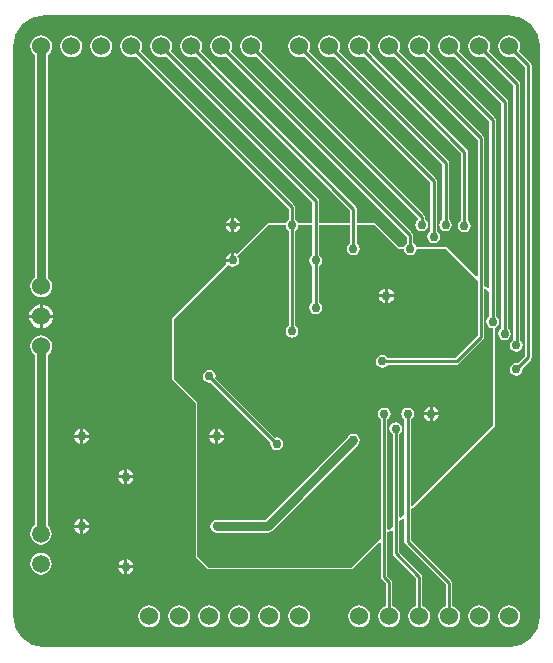
<source format=gbl>
%FSLAX25Y25*%
%MOIN*%
G70*
G01*
G75*
G04 Layer_Physical_Order=2*
G04 Layer_Color=16711680*
%ADD10R,0.02362X0.04724*%
%ADD11R,0.04724X0.02362*%
%ADD12R,0.02362X0.03543*%
%ADD13R,0.02559X0.02953*%
%ADD14R,0.02362X0.01969*%
%ADD15R,0.02953X0.02559*%
%ADD16R,0.04803X0.02362*%
%ADD17R,0.01969X0.02362*%
%ADD18R,0.01969X0.02756*%
%ADD19C,0.02000*%
%ADD20C,0.01000*%
%ADD21C,0.00600*%
%ADD22C,0.05906*%
%ADD23C,0.06000*%
%ADD24C,0.03000*%
%ADD25C,0.03000*%
G36*
X166960Y209855D02*
X168845Y209283D01*
X170583Y208355D01*
X172105Y207105D01*
X173355Y205583D01*
X174284Y203845D01*
X174855Y201960D01*
X175044Y200048D01*
X175000Y200000D01*
D01*
X175000Y200000D01*
X175048Y10000D01*
X174855Y8040D01*
X174284Y6155D01*
X173355Y4417D01*
X172105Y2895D01*
X170583Y1645D01*
X168845Y716D01*
X166960Y145D01*
X165048Y-44D01*
X165000Y0D01*
Y0D01*
X10000Y-48D01*
X8040Y145D01*
X6155Y716D01*
X4417Y1645D01*
X2895Y2895D01*
X1645Y4417D01*
X716Y6155D01*
X145Y8040D01*
X-44Y9952D01*
X0Y10000D01*
X0D01*
X-48Y200000D01*
X145Y201960D01*
X716Y203845D01*
X1645Y205583D01*
X2895Y207105D01*
X4417Y208355D01*
X6155Y209283D01*
X8040Y209855D01*
X9952Y210044D01*
X10000Y210000D01*
Y210000D01*
X165000Y210048D01*
X166960Y209855D01*
D02*
G37*
%LPC*%
G36*
X22000Y72449D02*
X21524Y72355D01*
X20698Y71802D01*
X20145Y70976D01*
X20051Y70500D01*
X22000D01*
Y72449D01*
D02*
G37*
G36*
X23000D02*
Y70500D01*
X24949D01*
X24855Y70976D01*
X24302Y71802D01*
X23475Y72355D01*
X23000Y72449D01*
D02*
G37*
G36*
X9000Y31083D02*
X8072Y30961D01*
X7208Y30603D01*
X6466Y30034D01*
X5897Y29292D01*
X5539Y28427D01*
X5417Y27500D01*
X5539Y26573D01*
X5897Y25708D01*
X6466Y24966D01*
X7208Y24397D01*
X8072Y24039D01*
X9000Y23917D01*
X9928Y24039D01*
X10792Y24397D01*
X11534Y24966D01*
X12103Y25708D01*
X12461Y26573D01*
X12583Y27500D01*
X12461Y28427D01*
X12103Y29292D01*
X11534Y30034D01*
X10792Y30603D01*
X9928Y30961D01*
X9000Y31083D01*
D02*
G37*
G36*
X24949Y69500D02*
X23000D01*
Y67550D01*
X23475Y67645D01*
X24302Y68198D01*
X24855Y69024D01*
X24949Y69500D01*
D02*
G37*
G36*
X39635Y26000D02*
X37685D01*
Y24050D01*
X38160Y24145D01*
X38987Y24698D01*
X39540Y25525D01*
X39635Y26000D01*
D02*
G37*
G36*
X36685D02*
X34736D01*
X34830Y25525D01*
X35383Y24698D01*
X36210Y24145D01*
X36685Y24050D01*
Y26000D01*
D02*
G37*
G36*
X95000Y13631D02*
X94060Y13507D01*
X93185Y13145D01*
X92432Y12567D01*
X91855Y11816D01*
X91493Y10940D01*
X91369Y10000D01*
X91493Y9060D01*
X91855Y8185D01*
X92432Y7433D01*
X93185Y6855D01*
X94060Y6493D01*
X95000Y6369D01*
X95940Y6493D01*
X96816Y6855D01*
X97568Y7433D01*
X98145Y8185D01*
X98507Y9060D01*
X98631Y10000D01*
X98507Y10940D01*
X98145Y11816D01*
X97568Y12567D01*
X96816Y13145D01*
X95940Y13507D01*
X95000Y13631D01*
D02*
G37*
G36*
X85000D02*
X84060Y13507D01*
X83184Y13145D01*
X82432Y12567D01*
X81855Y11816D01*
X81493Y10940D01*
X81369Y10000D01*
X81493Y9060D01*
X81855Y8185D01*
X82432Y7433D01*
X83184Y6855D01*
X84060Y6493D01*
X85000Y6369D01*
X85940Y6493D01*
X86816Y6855D01*
X87568Y7433D01*
X88145Y8185D01*
X88507Y9060D01*
X88631Y10000D01*
X88507Y10940D01*
X88145Y11816D01*
X87568Y12567D01*
X86816Y13145D01*
X85940Y13507D01*
X85000Y13631D01*
D02*
G37*
G36*
X165000Y203631D02*
X164060Y203507D01*
X163184Y203145D01*
X162432Y202568D01*
X161855Y201816D01*
X161493Y200940D01*
X161369Y200000D01*
X161493Y199060D01*
X161855Y198185D01*
X162432Y197432D01*
X163184Y196855D01*
X164060Y196493D01*
X165000Y196369D01*
X165940Y196493D01*
X166634Y196780D01*
X170248Y193165D01*
Y96803D01*
X167896Y94451D01*
X167433Y94543D01*
X166614Y94380D01*
X165919Y93916D01*
X165455Y93221D01*
X165292Y92402D01*
X165455Y91582D01*
X165919Y90888D01*
X166614Y90423D01*
X167433Y90260D01*
X168252Y90423D01*
X168947Y90888D01*
X169411Y91582D01*
X169574Y92402D01*
X169482Y92865D01*
X172163Y95546D01*
X172163Y95546D01*
X172406Y95909D01*
X172492Y96339D01*
Y193630D01*
X172406Y194059D01*
X172163Y194423D01*
X172163Y194423D01*
X168220Y198366D01*
X168507Y199060D01*
X168631Y200000D01*
X168507Y200940D01*
X168145Y201816D01*
X167568Y202568D01*
X166815Y203145D01*
X165940Y203507D01*
X165000Y203631D01*
D02*
G37*
G36*
Y13631D02*
X164060Y13507D01*
X163184Y13145D01*
X162432Y12567D01*
X161855Y11816D01*
X161493Y10940D01*
X161369Y10000D01*
X161493Y9060D01*
X161855Y8185D01*
X162432Y7433D01*
X163184Y6855D01*
X164060Y6493D01*
X165000Y6369D01*
X165940Y6493D01*
X166815Y6855D01*
X167568Y7433D01*
X168145Y8185D01*
X168507Y9060D01*
X168631Y10000D01*
X168507Y10940D01*
X168145Y11816D01*
X167568Y12567D01*
X166815Y13145D01*
X165940Y13507D01*
X165000Y13631D01*
D02*
G37*
G36*
X155000D02*
X154060Y13507D01*
X153184Y13145D01*
X152432Y12567D01*
X151855Y11816D01*
X151493Y10940D01*
X151369Y10000D01*
X151493Y9060D01*
X151855Y8185D01*
X152432Y7433D01*
X153184Y6855D01*
X154060Y6493D01*
X155000Y6369D01*
X155940Y6493D01*
X156816Y6855D01*
X157568Y7433D01*
X158145Y8185D01*
X158507Y9060D01*
X158631Y10000D01*
X158507Y10940D01*
X158145Y11816D01*
X157568Y12567D01*
X156816Y13145D01*
X155940Y13507D01*
X155000Y13631D01*
D02*
G37*
G36*
X115000D02*
X114060Y13507D01*
X113184Y13145D01*
X112432Y12567D01*
X111855Y11816D01*
X111493Y10940D01*
X111369Y10000D01*
X111493Y9060D01*
X111855Y8185D01*
X112432Y7433D01*
X113184Y6855D01*
X114060Y6493D01*
X115000Y6369D01*
X115940Y6493D01*
X116815Y6855D01*
X117568Y7433D01*
X118145Y8185D01*
X118507Y9060D01*
X118631Y10000D01*
X118507Y10940D01*
X118145Y11816D01*
X117568Y12567D01*
X116815Y13145D01*
X115940Y13507D01*
X115000Y13631D01*
D02*
G37*
G36*
X37685Y28949D02*
Y27000D01*
X39635D01*
X39540Y27476D01*
X38987Y28302D01*
X38160Y28855D01*
X37685Y28949D01*
D02*
G37*
G36*
X22000Y42450D02*
X21524Y42355D01*
X20698Y41802D01*
X20145Y40975D01*
X20051Y40500D01*
X22000D01*
Y42450D01*
D02*
G37*
G36*
X23000D02*
Y40500D01*
X24949D01*
X24855Y40975D01*
X24302Y41802D01*
X23475Y42355D01*
X23000Y42450D01*
D02*
G37*
G36*
X9000Y103631D02*
X8060Y103507D01*
X7185Y103145D01*
X6432Y102568D01*
X5855Y101815D01*
X5493Y100940D01*
X5369Y100000D01*
X5493Y99060D01*
X5855Y98185D01*
X6432Y97432D01*
X6859Y97105D01*
Y40335D01*
X6466Y40034D01*
X5897Y39292D01*
X5539Y38427D01*
X5417Y37500D01*
X5539Y36573D01*
X5897Y35708D01*
X6466Y34966D01*
X7208Y34397D01*
X8072Y34039D01*
X9000Y33917D01*
X9928Y34039D01*
X10792Y34397D01*
X11534Y34966D01*
X12103Y35708D01*
X12461Y36573D01*
X12583Y37500D01*
X12461Y38427D01*
X12103Y39292D01*
X11534Y40034D01*
X11141Y40335D01*
Y97105D01*
X11568Y97432D01*
X12145Y98185D01*
X12507Y99060D01*
X12631Y100000D01*
X12507Y100940D01*
X12145Y101815D01*
X11568Y102568D01*
X10815Y103145D01*
X9940Y103507D01*
X9000Y103631D01*
D02*
G37*
G36*
X22000Y39500D02*
X20051D01*
X20145Y39024D01*
X20698Y38198D01*
X21524Y37645D01*
X22000Y37551D01*
Y39500D01*
D02*
G37*
G36*
X24949D02*
X23000D01*
Y37551D01*
X23475Y37645D01*
X24302Y38198D01*
X24855Y39024D01*
X24949Y39500D01*
D02*
G37*
G36*
X37685Y58950D02*
Y57000D01*
X39635D01*
X39540Y57476D01*
X38987Y58302D01*
X38160Y58855D01*
X37685Y58950D01*
D02*
G37*
G36*
X36685Y28949D02*
X36210Y28855D01*
X35383Y28302D01*
X34830Y27476D01*
X34736Y27000D01*
X36685D01*
Y28949D01*
D02*
G37*
G36*
X22000Y69500D02*
X20051D01*
X20145Y69024D01*
X20698Y68198D01*
X21524Y67645D01*
X22000Y67550D01*
Y69500D01*
D02*
G37*
G36*
X36685Y56000D02*
X34736D01*
X34830Y55524D01*
X35383Y54698D01*
X36210Y54145D01*
X36685Y54050D01*
Y56000D01*
D02*
G37*
G36*
X39635D02*
X37685D01*
Y54050D01*
X38160Y54145D01*
X38987Y54698D01*
X39540Y55524D01*
X39635Y56000D01*
D02*
G37*
G36*
X36685Y58950D02*
X36210Y58855D01*
X35383Y58302D01*
X34830Y57476D01*
X34736Y57000D01*
X36685D01*
Y58950D01*
D02*
G37*
G36*
X72445Y139933D02*
X70495D01*
X70590Y139458D01*
X71143Y138631D01*
X71969Y138078D01*
X72445Y137984D01*
Y139933D01*
D02*
G37*
G36*
X75394D02*
X73445D01*
Y137984D01*
X73920Y138078D01*
X74747Y138631D01*
X75300Y139458D01*
X75394Y139933D01*
D02*
G37*
G36*
X115000Y203631D02*
X114060Y203507D01*
X113184Y203145D01*
X112432Y202568D01*
X111855Y201816D01*
X111493Y200940D01*
X111369Y200000D01*
X111493Y199060D01*
X111855Y198185D01*
X112432Y197432D01*
X113184Y196855D01*
X114060Y196493D01*
X115000Y196369D01*
X115940Y196493D01*
X116634Y196780D01*
X148989Y164425D01*
Y141886D01*
X148596Y141624D01*
X148132Y140930D01*
X147969Y140110D01*
X148132Y139291D01*
X148596Y138596D01*
X149291Y138132D01*
X150110Y137969D01*
X150930Y138132D01*
X151624Y138596D01*
X152088Y139291D01*
X152251Y140110D01*
X152088Y140930D01*
X151624Y141624D01*
X151232Y141886D01*
Y164890D01*
X151232Y164890D01*
X151146Y165319D01*
X150903Y165683D01*
X150903Y165683D01*
X118220Y198366D01*
X118507Y199060D01*
X118631Y200000D01*
X118507Y200940D01*
X118145Y201816D01*
X117568Y202568D01*
X116815Y203145D01*
X115940Y203507D01*
X115000Y203631D01*
D02*
G37*
G36*
X72445Y131072D02*
X71969Y130977D01*
X71143Y130424D01*
X70590Y129597D01*
X70495Y129122D01*
X72445D01*
Y131072D01*
D02*
G37*
G36*
X95000Y203631D02*
X94060Y203507D01*
X93185Y203145D01*
X92432Y202568D01*
X91855Y201816D01*
X91493Y200940D01*
X91369Y200000D01*
X91493Y199060D01*
X91855Y198185D01*
X92432Y197432D01*
X93185Y196855D01*
X94060Y196493D01*
X95000Y196369D01*
X95940Y196493D01*
X96634Y196780D01*
X138752Y154661D01*
Y138272D01*
X138360Y138010D01*
X137896Y137315D01*
X137733Y136496D01*
X137896Y135677D01*
X138360Y134982D01*
X139055Y134518D01*
X139874Y134355D01*
X140693Y134518D01*
X141388Y134982D01*
X141852Y135677D01*
X142015Y136496D01*
X141852Y137315D01*
X141388Y138010D01*
X140996Y138272D01*
Y155126D01*
X140996Y155126D01*
X140910Y155555D01*
X140667Y155919D01*
X140667Y155919D01*
X98220Y198366D01*
X98507Y199060D01*
X98631Y200000D01*
X98507Y200940D01*
X98145Y201816D01*
X97568Y202568D01*
X96816Y203145D01*
X95940Y203507D01*
X95000Y203631D01*
D02*
G37*
G36*
X79000D02*
X78060Y203507D01*
X77184Y203145D01*
X76432Y202568D01*
X75855Y201816D01*
X75493Y200940D01*
X75369Y200000D01*
X75493Y199060D01*
X75855Y198185D01*
X76432Y197432D01*
X77184Y196855D01*
X78060Y196493D01*
X79000Y196369D01*
X79940Y196493D01*
X80634Y196780D01*
X134770Y142644D01*
X134721Y142146D01*
X134423Y141947D01*
X133959Y141252D01*
X133796Y140433D01*
X133959Y139614D01*
X134423Y138919D01*
X135118Y138455D01*
X135937Y138292D01*
X136756Y138455D01*
X137451Y138919D01*
X137915Y139614D01*
X138078Y140433D01*
X137915Y141252D01*
X137451Y141947D01*
X137059Y142209D01*
Y143063D01*
X136973Y143492D01*
X136730Y143856D01*
X136730Y143856D01*
X82220Y198366D01*
X82507Y199060D01*
X82631Y200000D01*
X82507Y200940D01*
X82145Y201816D01*
X81568Y202568D01*
X80816Y203145D01*
X79940Y203507D01*
X79000Y203631D01*
D02*
G37*
G36*
X19000D02*
X18060Y203507D01*
X17185Y203145D01*
X16432Y202568D01*
X15855Y201816D01*
X15493Y200940D01*
X15369Y200000D01*
X15493Y199060D01*
X15855Y198185D01*
X16432Y197432D01*
X17185Y196855D01*
X18060Y196493D01*
X19000Y196369D01*
X19940Y196493D01*
X20816Y196855D01*
X21567Y197432D01*
X22145Y198185D01*
X22507Y199060D01*
X22631Y200000D01*
X22507Y200940D01*
X22145Y201816D01*
X21567Y202568D01*
X20816Y203145D01*
X19940Y203507D01*
X19000Y203631D01*
D02*
G37*
G36*
X29000D02*
X28060Y203507D01*
X27185Y203145D01*
X26432Y202568D01*
X25855Y201816D01*
X25493Y200940D01*
X25369Y200000D01*
X25493Y199060D01*
X25855Y198185D01*
X26432Y197432D01*
X27185Y196855D01*
X28060Y196493D01*
X29000Y196369D01*
X29940Y196493D01*
X30816Y196855D01*
X31567Y197432D01*
X32145Y198185D01*
X32507Y199060D01*
X32631Y200000D01*
X32507Y200940D01*
X32145Y201816D01*
X31567Y202568D01*
X30816Y203145D01*
X29940Y203507D01*
X29000Y203631D01*
D02*
G37*
G36*
X73445Y142883D02*
Y140933D01*
X75394D01*
X75300Y141409D01*
X74747Y142236D01*
X73920Y142788D01*
X73445Y142883D01*
D02*
G37*
G36*
X105000Y203631D02*
X104060Y203507D01*
X103184Y203145D01*
X102432Y202568D01*
X101855Y201816D01*
X101493Y200940D01*
X101369Y200000D01*
X101493Y199060D01*
X101855Y198185D01*
X102432Y197432D01*
X103184Y196855D01*
X104060Y196493D01*
X105000Y196369D01*
X105940Y196493D01*
X106634Y196780D01*
X142690Y160724D01*
Y142209D01*
X142297Y141947D01*
X141833Y141252D01*
X141670Y140433D01*
X141833Y139614D01*
X142297Y138919D01*
X142992Y138455D01*
X143811Y138292D01*
X144630Y138455D01*
X145325Y138919D01*
X145789Y139614D01*
X145952Y140433D01*
X145789Y141252D01*
X145325Y141947D01*
X144933Y142209D01*
Y161189D01*
X144933Y161189D01*
X144847Y161618D01*
X144604Y161982D01*
X108220Y198366D01*
X108507Y199060D01*
X108631Y200000D01*
X108507Y200940D01*
X108145Y201816D01*
X107568Y202568D01*
X106816Y203145D01*
X105940Y203507D01*
X105000Y203631D01*
D02*
G37*
G36*
X72445Y142883D02*
X71969Y142788D01*
X71143Y142236D01*
X70590Y141409D01*
X70495Y140933D01*
X72445D01*
Y142883D01*
D02*
G37*
G36*
X135000Y203631D02*
X134060Y203507D01*
X133185Y203145D01*
X132432Y202568D01*
X131855Y201816D01*
X131493Y200940D01*
X131369Y200000D01*
X131493Y199060D01*
X131855Y198185D01*
X132432Y197432D01*
X133185Y196855D01*
X134060Y196493D01*
X135000Y196369D01*
X135940Y196493D01*
X136634Y196780D01*
X158438Y174976D01*
Y119504D01*
X157976Y119313D01*
X157665Y119624D01*
X157545Y119673D01*
X157454Y119764D01*
X157325D01*
X157205Y119814D01*
X157159Y119795D01*
X156744Y120073D01*
Y169378D01*
X156744Y169378D01*
X156658Y169807D01*
X156415Y170171D01*
X156415Y170171D01*
X128220Y198366D01*
X128507Y199060D01*
X128631Y200000D01*
X128507Y200940D01*
X128145Y201816D01*
X127568Y202568D01*
X126815Y203145D01*
X125940Y203507D01*
X125000Y203631D01*
X124060Y203507D01*
X123185Y203145D01*
X122432Y202568D01*
X121855Y201816D01*
X121493Y200940D01*
X121369Y200000D01*
X121493Y199060D01*
X121855Y198185D01*
X122432Y197432D01*
X123185Y196855D01*
X124060Y196493D01*
X125000Y196369D01*
X125940Y196493D01*
X126634Y196780D01*
X154500Y168913D01*
Y123441D01*
X154039Y123250D01*
X144270Y133018D01*
X143811Y133209D01*
X134141D01*
X133997Y133286D01*
X133978Y133378D01*
X133514Y134073D01*
X133122Y134335D01*
Y137000D01*
X133036Y137429D01*
X132793Y137793D01*
X132793Y137793D01*
X72220Y198366D01*
X72507Y199060D01*
X72631Y200000D01*
X72507Y200940D01*
X72145Y201816D01*
X71568Y202568D01*
X70815Y203145D01*
X69940Y203507D01*
X69000Y203631D01*
X68060Y203507D01*
X67185Y203145D01*
X66432Y202568D01*
X65855Y201816D01*
X65493Y200940D01*
X65369Y200000D01*
X65493Y199060D01*
X65855Y198185D01*
X66432Y197432D01*
X67185Y196855D01*
X68060Y196493D01*
X69000Y196369D01*
X69940Y196493D01*
X70634Y196780D01*
X130878Y136535D01*
Y134335D01*
X130486Y134073D01*
X130022Y133378D01*
X130003Y133286D01*
X129859Y133209D01*
X128332D01*
X120648Y140892D01*
X120189Y141083D01*
X114224D01*
Y145898D01*
X114224Y145898D01*
X114138Y146327D01*
X113895Y146691D01*
X113895Y146691D01*
X62220Y198366D01*
X62507Y199060D01*
X62631Y200000D01*
X62507Y200940D01*
X62145Y201816D01*
X61568Y202568D01*
X60816Y203145D01*
X59940Y203507D01*
X59000Y203631D01*
X58060Y203507D01*
X57184Y203145D01*
X56432Y202568D01*
X55855Y201816D01*
X55493Y200940D01*
X55369Y200000D01*
X55493Y199060D01*
X55855Y198185D01*
X56432Y197432D01*
X57184Y196855D01*
X58060Y196493D01*
X59000Y196369D01*
X59940Y196493D01*
X60634Y196780D01*
X111981Y145433D01*
Y141083D01*
X101626D01*
Y148496D01*
X101626Y148496D01*
X101540Y148925D01*
X101297Y149289D01*
X52220Y198366D01*
X52507Y199060D01*
X52631Y200000D01*
X52507Y200940D01*
X52145Y201816D01*
X51568Y202568D01*
X50815Y203145D01*
X49940Y203507D01*
X49000Y203631D01*
X48060Y203507D01*
X47185Y203145D01*
X46433Y202568D01*
X45855Y201816D01*
X45493Y200940D01*
X45369Y200000D01*
X45493Y199060D01*
X45855Y198185D01*
X46433Y197432D01*
X47185Y196855D01*
X48060Y196493D01*
X49000Y196369D01*
X49940Y196493D01*
X50634Y196780D01*
X99382Y148031D01*
Y141083D01*
X94829D01*
X94798Y141070D01*
X94798Y141070D01*
X94798Y141070D01*
X94608Y141182D01*
X94144Y141876D01*
X93752Y142138D01*
Y146370D01*
X93752Y146370D01*
X93666Y146799D01*
X93423Y147163D01*
X42220Y198366D01*
X42507Y199060D01*
X42631Y200000D01*
X42507Y200940D01*
X42145Y201816D01*
X41568Y202568D01*
X40815Y203145D01*
X39940Y203507D01*
X39000Y203631D01*
X38060Y203507D01*
X37185Y203145D01*
X36432Y202568D01*
X35855Y201816D01*
X35493Y200940D01*
X35369Y200000D01*
X35493Y199060D01*
X35855Y198185D01*
X36432Y197432D01*
X37185Y196855D01*
X38060Y196493D01*
X39000Y196369D01*
X39940Y196493D01*
X40634Y196780D01*
X91508Y145905D01*
Y142138D01*
X91116Y141876D01*
X90652Y141182D01*
X90462Y141070D01*
Y141070D01*
X90462Y141070D01*
X90431Y141083D01*
X84756D01*
X84297Y140892D01*
X74197Y130792D01*
X73920Y130977D01*
X73445Y131072D01*
Y128622D01*
X72945D01*
Y128122D01*
X70495D01*
X70590Y127647D01*
X70775Y127370D01*
X52801Y109396D01*
X52610Y108937D01*
Y89252D01*
X52801Y88793D01*
X60484Y81109D01*
X60484Y73504D01*
X60484Y73504D01*
Y30197D01*
X60619Y29872D01*
X60675Y29738D01*
X64612Y25801D01*
X65071Y25610D01*
X112315D01*
X112774Y25801D01*
X121755Y34782D01*
X122217Y34590D01*
Y23110D01*
X122217Y23110D01*
X122302Y22681D01*
X122546Y22317D01*
X123878Y20984D01*
Y13432D01*
X123185Y13145D01*
X122432Y12567D01*
X121855Y11816D01*
X121493Y10940D01*
X121369Y10000D01*
X121493Y9060D01*
X121855Y8185D01*
X122432Y7433D01*
X123185Y6855D01*
X124060Y6493D01*
X125000Y6369D01*
X125940Y6493D01*
X126815Y6855D01*
X127568Y7433D01*
X128145Y8185D01*
X128507Y9060D01*
X128631Y10000D01*
X128507Y10940D01*
X128145Y11816D01*
X127568Y12567D01*
X126815Y13145D01*
X126122Y13432D01*
Y21449D01*
X126036Y21878D01*
X125793Y22242D01*
X125793Y22242D01*
X124460Y23575D01*
Y37959D01*
X124876Y38237D01*
X124922Y38217D01*
X125041Y38267D01*
X125171D01*
X125262Y38358D01*
X125381Y38408D01*
X125692Y38719D01*
X126154Y38527D01*
Y30984D01*
X126154Y30984D01*
X126239Y30555D01*
X126482Y30191D01*
X133878Y22795D01*
Y13432D01*
X133185Y13145D01*
X132432Y12567D01*
X131855Y11816D01*
X131493Y10940D01*
X131369Y10000D01*
X131493Y9060D01*
X131855Y8185D01*
X132432Y7433D01*
X133185Y6855D01*
X134060Y6493D01*
X135000Y6369D01*
X135940Y6493D01*
X136816Y6855D01*
X137568Y7433D01*
X138145Y8185D01*
X138507Y9060D01*
X138631Y10000D01*
X138507Y10940D01*
X138145Y11816D01*
X137568Y12567D01*
X136816Y13145D01*
X136122Y13432D01*
Y23260D01*
X136122Y23260D01*
X136036Y23689D01*
X135793Y24053D01*
X135793Y24053D01*
X128397Y31449D01*
Y41896D01*
X128813Y42174D01*
X128859Y42154D01*
X128978Y42204D01*
X129108D01*
X129199Y42295D01*
X129318Y42345D01*
X129629Y42656D01*
X130091Y42464D01*
Y34921D01*
X130091Y34921D01*
X130176Y34492D01*
X130420Y34128D01*
X143878Y20669D01*
Y13432D01*
X143184Y13145D01*
X142432Y12567D01*
X141855Y11816D01*
X141493Y10940D01*
X141369Y10000D01*
X141493Y9060D01*
X141855Y8185D01*
X142432Y7433D01*
X143184Y6855D01*
X144060Y6493D01*
X145000Y6369D01*
X145940Y6493D01*
X146816Y6855D01*
X147568Y7433D01*
X148145Y8185D01*
X148507Y9060D01*
X148631Y10000D01*
X148507Y10940D01*
X148145Y11816D01*
X147568Y12567D01*
X146816Y13145D01*
X146122Y13432D01*
Y21134D01*
X146122Y21134D01*
X146036Y21563D01*
X145793Y21927D01*
X145793Y21927D01*
X132334Y35386D01*
Y45833D01*
X132750Y46111D01*
X132796Y46091D01*
X132915Y46141D01*
X133045D01*
X133136Y46232D01*
X133255Y46282D01*
X160018Y73045D01*
X160208Y73504D01*
Y106009D01*
X160286Y106153D01*
X160378Y106172D01*
X161073Y106636D01*
X161537Y107330D01*
X161700Y108150D01*
X161537Y108969D01*
X161073Y109664D01*
X160681Y109926D01*
Y175441D01*
X160681Y175441D01*
X160595Y175870D01*
X160352Y176234D01*
X160352Y176234D01*
X138220Y198366D01*
X138507Y199060D01*
X138631Y200000D01*
X138507Y200940D01*
X138145Y201816D01*
X137568Y202568D01*
X136816Y203145D01*
X135940Y203507D01*
X135000Y203631D01*
D02*
G37*
G36*
X12969Y109500D02*
X9500D01*
Y106031D01*
X10044Y106103D01*
X11017Y106506D01*
X11853Y107147D01*
X12494Y107983D01*
X12897Y108956D01*
X12969Y109500D01*
D02*
G37*
G36*
X8500Y113969D02*
X7956Y113897D01*
X6983Y113494D01*
X6147Y112853D01*
X5506Y112017D01*
X5103Y111044D01*
X5031Y110500D01*
X8500D01*
Y113969D01*
D02*
G37*
G36*
X9500D02*
Y110500D01*
X12969D01*
X12897Y111044D01*
X12494Y112017D01*
X11853Y112853D01*
X11017Y113494D01*
X10044Y113897D01*
X9500Y113969D01*
D02*
G37*
G36*
X155000Y203631D02*
X154060Y203507D01*
X153184Y203145D01*
X152432Y202568D01*
X151855Y201816D01*
X151493Y200940D01*
X151369Y200000D01*
X151493Y199060D01*
X151855Y198185D01*
X152432Y197432D01*
X153184Y196855D01*
X154060Y196493D01*
X155000Y196369D01*
X155940Y196493D01*
X156634Y196780D01*
X166378Y187035D01*
Y102097D01*
X165919Y101790D01*
X165455Y101095D01*
X165292Y100276D01*
X165455Y99456D01*
X165919Y98762D01*
X166614Y98297D01*
X167433Y98134D01*
X168252Y98297D01*
X168947Y98762D01*
X169411Y99456D01*
X169574Y100276D01*
X169411Y101095D01*
X168947Y101790D01*
X168622Y102007D01*
Y187500D01*
X168622Y187500D01*
X168536Y187929D01*
X168293Y188293D01*
X158220Y198366D01*
X158507Y199060D01*
X158631Y200000D01*
X158507Y200940D01*
X158145Y201816D01*
X157568Y202568D01*
X156816Y203145D01*
X155940Y203507D01*
X155000Y203631D01*
D02*
G37*
G36*
X145000D02*
X144060Y203507D01*
X143184Y203145D01*
X142432Y202568D01*
X141855Y201816D01*
X141493Y200940D01*
X141369Y200000D01*
X141493Y199060D01*
X141855Y198185D01*
X142432Y197432D01*
X143184Y196855D01*
X144060Y196493D01*
X145000Y196369D01*
X145940Y196493D01*
X146634Y196780D01*
X162374Y181039D01*
Y105989D01*
X161982Y105727D01*
X161518Y105032D01*
X161355Y104213D01*
X161518Y103393D01*
X161982Y102699D01*
X162677Y102234D01*
X163496Y102071D01*
X164315Y102234D01*
X165010Y102699D01*
X165474Y103393D01*
X165637Y104213D01*
X165474Y105032D01*
X165010Y105727D01*
X164618Y105989D01*
Y181504D01*
X164618Y181504D01*
X164532Y181933D01*
X164289Y182297D01*
X164289Y182297D01*
X148220Y198366D01*
X148507Y199060D01*
X148631Y200000D01*
X148507Y200940D01*
X148145Y201816D01*
X147568Y202568D01*
X146816Y203145D01*
X145940Y203507D01*
X145000Y203631D01*
D02*
G37*
G36*
X8500Y109500D02*
X5031D01*
X5103Y108956D01*
X5506Y107983D01*
X6147Y107147D01*
X6983Y106506D01*
X7956Y106103D01*
X8500Y106031D01*
Y109500D01*
D02*
G37*
G36*
X55000Y13631D02*
X54060Y13507D01*
X53184Y13145D01*
X52432Y12567D01*
X51855Y11816D01*
X51493Y10940D01*
X51369Y10000D01*
X51493Y9060D01*
X51855Y8185D01*
X52432Y7433D01*
X53184Y6855D01*
X54060Y6493D01*
X55000Y6369D01*
X55940Y6493D01*
X56815Y6855D01*
X57568Y7433D01*
X58145Y8185D01*
X58507Y9060D01*
X58631Y10000D01*
X58507Y10940D01*
X58145Y11816D01*
X57568Y12567D01*
X56815Y13145D01*
X55940Y13507D01*
X55000Y13631D01*
D02*
G37*
G36*
X45000D02*
X44060Y13507D01*
X43185Y13145D01*
X42432Y12567D01*
X41855Y11816D01*
X41493Y10940D01*
X41369Y10000D01*
X41493Y9060D01*
X41855Y8185D01*
X42432Y7433D01*
X43185Y6855D01*
X44060Y6493D01*
X45000Y6369D01*
X45940Y6493D01*
X46815Y6855D01*
X47567Y7433D01*
X48145Y8185D01*
X48507Y9060D01*
X48631Y10000D01*
X48507Y10940D01*
X48145Y11816D01*
X47567Y12567D01*
X46815Y13145D01*
X45940Y13507D01*
X45000Y13631D01*
D02*
G37*
G36*
X9000Y203631D02*
X8060Y203507D01*
X7185Y203145D01*
X6432Y202568D01*
X5855Y201816D01*
X5493Y200940D01*
X5369Y200000D01*
X5493Y199060D01*
X5855Y198185D01*
X6432Y197432D01*
X6859Y197105D01*
Y122895D01*
X6432Y122568D01*
X5855Y121816D01*
X5493Y120940D01*
X5369Y120000D01*
X5493Y119060D01*
X5855Y118184D01*
X6432Y117432D01*
X7185Y116855D01*
X8060Y116493D01*
X9000Y116369D01*
X9940Y116493D01*
X10815Y116855D01*
X11568Y117432D01*
X12145Y118184D01*
X12507Y119060D01*
X12631Y120000D01*
X12507Y120940D01*
X12145Y121816D01*
X11568Y122568D01*
X11141Y122895D01*
Y197105D01*
X11568Y197432D01*
X12145Y198185D01*
X12507Y199060D01*
X12631Y200000D01*
X12507Y200940D01*
X12145Y201816D01*
X11568Y202568D01*
X10815Y203145D01*
X9940Y203507D01*
X9000Y203631D01*
D02*
G37*
G36*
X75000Y13631D02*
X74060Y13507D01*
X73185Y13145D01*
X72432Y12567D01*
X71855Y11816D01*
X71493Y10940D01*
X71369Y10000D01*
X71493Y9060D01*
X71855Y8185D01*
X72432Y7433D01*
X73185Y6855D01*
X74060Y6493D01*
X75000Y6369D01*
X75940Y6493D01*
X76815Y6855D01*
X77568Y7433D01*
X78145Y8185D01*
X78507Y9060D01*
X78631Y10000D01*
X78507Y10940D01*
X78145Y11816D01*
X77568Y12567D01*
X76815Y13145D01*
X75940Y13507D01*
X75000Y13631D01*
D02*
G37*
G36*
X65000D02*
X64060Y13507D01*
X63184Y13145D01*
X62432Y12567D01*
X61855Y11816D01*
X61493Y10940D01*
X61369Y10000D01*
X61493Y9060D01*
X61855Y8185D01*
X62432Y7433D01*
X63184Y6855D01*
X64060Y6493D01*
X65000Y6369D01*
X65940Y6493D01*
X66816Y6855D01*
X67568Y7433D01*
X68145Y8185D01*
X68507Y9060D01*
X68631Y10000D01*
X68507Y10940D01*
X68145Y11816D01*
X67568Y12567D01*
X66816Y13145D01*
X65940Y13507D01*
X65000Y13631D01*
D02*
G37*
%LPD*%
G36*
X128063Y132559D02*
X129859D01*
X130022Y131740D01*
X130486Y131045D01*
X131181Y130581D01*
X132000Y130418D01*
X132819Y130581D01*
X133514Y131045D01*
X133978Y131740D01*
X134141Y132559D01*
X143811D01*
X154500Y121870D01*
Y103587D01*
X147035Y96122D01*
X124552D01*
X124290Y96514D01*
X123595Y96978D01*
X122776Y97141D01*
X121956Y96978D01*
X121262Y96514D01*
X120797Y95819D01*
X120634Y95000D01*
X120797Y94181D01*
X121262Y93486D01*
X121956Y93022D01*
X122776Y92859D01*
X123595Y93022D01*
X124290Y93486D01*
X124552Y93878D01*
X147500D01*
X147500Y93878D01*
X147929Y93964D01*
X148293Y94207D01*
X156415Y102329D01*
X156415Y102329D01*
X156658Y102693D01*
X156744Y103122D01*
Y118973D01*
X157205Y119165D01*
X158438Y117933D01*
Y109926D01*
X158045Y109664D01*
X157581Y108969D01*
X157418Y108150D01*
X157581Y107330D01*
X158045Y106636D01*
X158740Y106172D01*
X159559Y106009D01*
Y73504D01*
X132796Y46741D01*
X132334Y46932D01*
Y75665D01*
X132727Y75927D01*
X133191Y76622D01*
X133354Y77441D01*
X133191Y78260D01*
X132727Y78955D01*
X132032Y79419D01*
X131213Y79582D01*
X130393Y79419D01*
X129699Y78955D01*
X129234Y78260D01*
X129071Y77441D01*
X129234Y76622D01*
X129699Y75927D01*
X130091Y75665D01*
Y44036D01*
X128859Y42804D01*
X128397Y42995D01*
Y70728D01*
X128790Y70990D01*
X129254Y71685D01*
X129417Y72504D01*
X129254Y73323D01*
X128790Y74018D01*
X128095Y74482D01*
X127276Y74645D01*
X126456Y74482D01*
X125762Y74018D01*
X125297Y73323D01*
X125134Y72504D01*
X125297Y71685D01*
X125762Y70990D01*
X126154Y70728D01*
Y40099D01*
X124922Y38867D01*
X124460Y39058D01*
Y75665D01*
X124853Y75927D01*
X125317Y76622D01*
X125480Y77441D01*
X125317Y78260D01*
X124853Y78955D01*
X124158Y79419D01*
X123339Y79582D01*
X122519Y79419D01*
X121825Y78955D01*
X121360Y78260D01*
X121197Y77441D01*
X121360Y76622D01*
X121825Y75927D01*
X122217Y75665D01*
Y36162D01*
X112315Y26260D01*
X65071D01*
X61134Y30197D01*
Y73504D01*
X61134D01*
X61134Y81378D01*
X53260Y89252D01*
Y108937D01*
X71431Y127108D01*
X72126Y126644D01*
X72945Y126481D01*
X73764Y126644D01*
X74459Y127108D01*
X74923Y127803D01*
X75086Y128622D01*
X74923Y129441D01*
X74459Y130136D01*
X84756Y140433D01*
X90431D01*
X90489Y140362D01*
X90652Y139543D01*
X91116Y138848D01*
X91508Y138586D01*
Y106776D01*
X91116Y106514D01*
X90652Y105819D01*
X90489Y105000D01*
X90652Y104181D01*
X91116Y103486D01*
X91811Y103022D01*
X92630Y102859D01*
X93449Y103022D01*
X94144Y103486D01*
X94608Y104181D01*
X94771Y105000D01*
X94608Y105819D01*
X94144Y106514D01*
X93752Y106776D01*
Y138586D01*
X94144Y138848D01*
X94608Y139543D01*
X94771Y140362D01*
X94829Y140433D01*
X99382D01*
Y130398D01*
X98990Y130136D01*
X98526Y129441D01*
X98363Y128622D01*
X98526Y127803D01*
X98990Y127108D01*
X99382Y126846D01*
Y114650D01*
X98990Y114388D01*
X98526Y113693D01*
X98363Y112874D01*
X98526Y112055D01*
X98990Y111360D01*
X99685Y110896D01*
X100504Y110733D01*
X101323Y110896D01*
X102018Y111360D01*
X102482Y112055D01*
X102645Y112874D01*
X102482Y113693D01*
X102018Y114388D01*
X101626Y114650D01*
Y126846D01*
X102018Y127108D01*
X102482Y127803D01*
X102645Y128622D01*
X102482Y129441D01*
X102018Y130136D01*
X101626Y130398D01*
Y140433D01*
X111981D01*
Y134335D01*
X111588Y134073D01*
X111124Y133378D01*
X110961Y132559D01*
X111124Y131740D01*
X111588Y131045D01*
X112283Y130581D01*
X113102Y130418D01*
X113922Y130581D01*
X114616Y131045D01*
X115080Y131740D01*
X115243Y132559D01*
X115080Y133378D01*
X114616Y134073D01*
X114224Y134335D01*
Y140433D01*
X120189D01*
X128063Y132559D01*
D02*
G37*
%LPC*%
G36*
X139587Y79891D02*
Y77941D01*
X141536D01*
X141442Y78416D01*
X140889Y79243D01*
X140062Y79796D01*
X139587Y79891D01*
D02*
G37*
G36*
X138587D02*
X138111Y79796D01*
X137284Y79243D01*
X136732Y78416D01*
X136637Y77941D01*
X138587D01*
Y79891D01*
D02*
G37*
G36*
X141536Y76941D02*
X139587D01*
Y74991D01*
X140062Y75086D01*
X140889Y75639D01*
X141442Y76465D01*
X141536Y76941D01*
D02*
G37*
G36*
X123626Y116311D02*
X121677D01*
X121771Y115836D01*
X122324Y115009D01*
X123151Y114456D01*
X123626Y114362D01*
Y116311D01*
D02*
G37*
G36*
X124626Y119261D02*
Y117311D01*
X126576D01*
X126481Y117787D01*
X125928Y118613D01*
X125101Y119166D01*
X124626Y119261D01*
D02*
G37*
G36*
X123626D02*
X123151Y119166D01*
X122324Y118613D01*
X121771Y117787D01*
X121677Y117311D01*
X123626D01*
Y119261D01*
D02*
G37*
G36*
X126576Y116311D02*
X124626D01*
Y114362D01*
X125101Y114456D01*
X125928Y115009D01*
X126481Y115836D01*
X126576Y116311D01*
D02*
G37*
G36*
X67000Y69500D02*
X65051D01*
X65145Y69024D01*
X65698Y68198D01*
X66524Y67645D01*
X67000Y67550D01*
Y69500D01*
D02*
G37*
G36*
X65000Y92141D02*
X64181Y91978D01*
X63486Y91514D01*
X63022Y90819D01*
X62859Y90000D01*
X63022Y89181D01*
X63486Y88486D01*
X64181Y88022D01*
X65000Y87859D01*
X65463Y87951D01*
X85451Y67963D01*
X85359Y67500D01*
X85522Y66681D01*
X85986Y65986D01*
X86681Y65522D01*
X87500Y65359D01*
X88319Y65522D01*
X89014Y65986D01*
X89478Y66681D01*
X89641Y67500D01*
X89478Y68319D01*
X89014Y69014D01*
X88319Y69478D01*
X87500Y69641D01*
X87037Y69549D01*
X67049Y89537D01*
X67141Y90000D01*
X66978Y90819D01*
X66514Y91514D01*
X65819Y91978D01*
X65000Y92141D01*
D02*
G37*
G36*
X113102Y70921D02*
X112283Y70758D01*
X111588Y70293D01*
X111232Y69760D01*
X83613Y42141D01*
X67500D01*
X66681Y41978D01*
X65986Y41514D01*
X65522Y40819D01*
X65359Y40000D01*
X65522Y39181D01*
X65986Y38486D01*
X66681Y38022D01*
X67500Y37859D01*
X84500D01*
X85319Y38022D01*
X86014Y38486D01*
X86014Y38486D01*
X86014Y38486D01*
X114616Y67088D01*
X115080Y67783D01*
X115243Y68602D01*
X115226Y68691D01*
X115243Y68779D01*
X115080Y69599D01*
X114616Y70293D01*
X113922Y70758D01*
X113102Y70921D01*
D02*
G37*
G36*
X69950Y69500D02*
X68000D01*
Y67550D01*
X68476Y67645D01*
X69302Y68198D01*
X69855Y69024D01*
X69950Y69500D01*
D02*
G37*
G36*
X138587Y76941D02*
X136637D01*
X136732Y76465D01*
X137284Y75639D01*
X138111Y75086D01*
X138587Y74991D01*
Y76941D01*
D02*
G37*
G36*
X68000Y72449D02*
Y70500D01*
X69950D01*
X69855Y70976D01*
X69302Y71802D01*
X68476Y72355D01*
X68000Y72449D01*
D02*
G37*
G36*
X67000D02*
X66524Y72355D01*
X65698Y71802D01*
X65145Y70976D01*
X65051Y70500D01*
X67000D01*
Y72449D01*
D02*
G37*
%LPD*%
D20*
X145000Y10000D02*
Y21134D01*
X131213Y34921D02*
X145000Y21134D01*
X131213Y34921D02*
Y77441D01*
X135000Y10000D02*
Y23260D01*
X127276Y30984D02*
X135000Y23260D01*
X127276Y30984D02*
Y72504D01*
X125000Y10000D02*
Y21449D01*
X123339Y23110D02*
X125000Y21449D01*
X123339Y23110D02*
Y77441D01*
X147500Y95000D02*
X155622Y103122D01*
X122776Y95000D02*
X147500D01*
X132000Y132559D02*
Y137000D01*
X69000Y200000D02*
X132000Y137000D01*
X79000Y200000D02*
X135937Y143063D01*
Y140433D02*
Y143063D01*
X95000Y200000D02*
X139874Y155126D01*
Y136496D02*
Y155126D01*
X105000Y200000D02*
X143811Y161189D01*
Y140433D02*
Y161189D01*
X163496Y104213D02*
Y181504D01*
X159559Y108150D02*
Y175441D01*
X171370Y96339D02*
Y193630D01*
X167433Y92402D02*
X171370Y96339D01*
X65000Y90000D02*
X87500Y67500D01*
X155000Y200000D02*
X167500Y187500D01*
X92630Y105000D02*
Y146370D01*
X39000Y200000D02*
X92630Y146370D01*
X100504Y112874D02*
Y148496D01*
X49000Y200000D02*
X100504Y148496D01*
X165000Y200000D02*
X171370Y193630D01*
X145000Y200000D02*
X163496Y181504D01*
X135000Y200000D02*
X159559Y175441D01*
X155622Y103122D02*
Y169378D01*
X125000Y200000D02*
X155622Y169378D01*
X150110Y140110D02*
Y164890D01*
X115000Y200000D02*
X150110Y164890D01*
X167500Y100276D02*
Y187500D01*
X113102Y132559D02*
Y145898D01*
X59000Y200000D02*
X113102Y145898D01*
D21*
X0Y10000D02*
G03*
X10000Y0I10000J0D01*
G01*
X175000Y200000D02*
G03*
X165000Y210000I-10000J0D01*
G01*
X165000Y0D02*
G03*
X175000Y10000I0J10000D01*
G01*
X10000Y210000D02*
G03*
X0Y200000I0J-10000D01*
G01*
Y10000D02*
Y200000D01*
X175000Y10000D02*
Y200000D01*
X10000Y210000D02*
X165000D01*
X10000Y0D02*
X165000D01*
D22*
X9000Y27500D02*
D03*
Y37500D02*
D03*
D23*
Y100000D02*
D03*
Y110000D02*
D03*
Y120000D02*
D03*
X165000Y10000D02*
D03*
X155000D02*
D03*
X145000D02*
D03*
X135000D02*
D03*
X125000D02*
D03*
X115000D02*
D03*
X95000Y200000D02*
D03*
X105000D02*
D03*
X115000D02*
D03*
X125000D02*
D03*
X135000D02*
D03*
X145000D02*
D03*
X155000D02*
D03*
X165000D02*
D03*
X9000D02*
D03*
X19000D02*
D03*
X29000D02*
D03*
X39000D02*
D03*
X49000D02*
D03*
X59000D02*
D03*
X69000D02*
D03*
X79000D02*
D03*
X95000Y10000D02*
D03*
X85000D02*
D03*
X75000D02*
D03*
X65000D02*
D03*
X55000D02*
D03*
X45000D02*
D03*
D24*
X124126Y116811D02*
D03*
X163496Y104213D02*
D03*
X159559Y108150D02*
D03*
X67500Y40000D02*
D03*
Y70000D02*
D03*
X87500Y67500D02*
D03*
X65000Y90000D02*
D03*
X37185Y26500D02*
D03*
X22500Y40000D02*
D03*
Y70000D02*
D03*
X37185Y56500D02*
D03*
X167433Y100276D02*
D03*
X122776Y95000D02*
D03*
X150110Y140110D02*
D03*
X123339Y77441D02*
D03*
X127276Y72504D02*
D03*
X131213Y77441D02*
D03*
X100504Y112874D02*
D03*
X167433Y92402D02*
D03*
X92630Y105000D02*
D03*
X143811Y140433D02*
D03*
X139874Y136496D02*
D03*
X135937Y140433D02*
D03*
X132000Y132559D02*
D03*
X139087Y77441D02*
D03*
X113102Y68779D02*
D03*
Y132559D02*
D03*
X72945Y128622D02*
D03*
Y140433D02*
D03*
X100504Y128622D02*
D03*
X92630Y140362D02*
D03*
D25*
X9000Y120000D02*
Y200000D01*
Y37500D02*
Y100000D01*
X67500Y40000D02*
X84500D01*
X113102Y68602D01*
M02*

</source>
